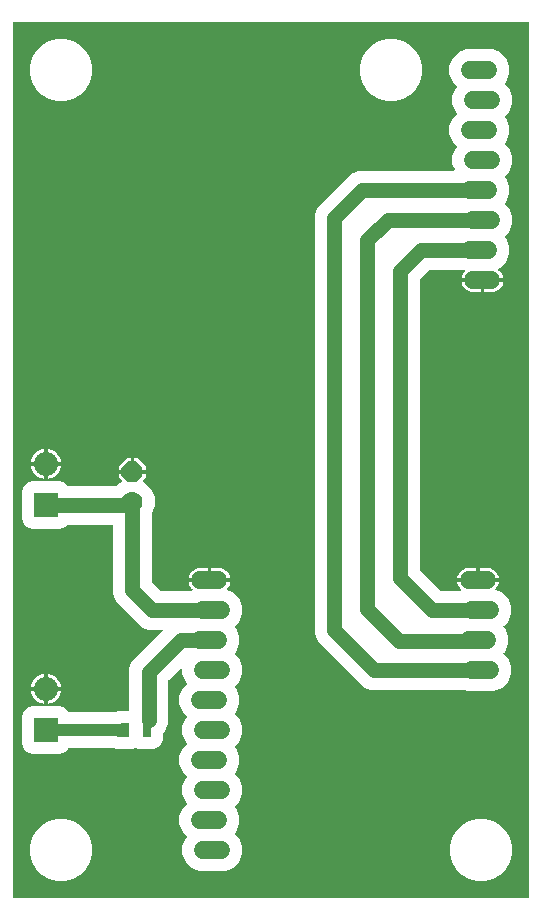
<source format=gbr>
G04 EAGLE Gerber RS-274X export*
G75*
%MOMM*%
%FSLAX34Y34*%
%LPD*%
%INBottom Copper*%
%IPPOS*%
%AMOC8*
5,1,8,0,0,1.08239X$1,22.5*%
G01*
%ADD10C,1.524000*%
%ADD11R,2.032000X2.032000*%
%ADD12C,2.032000*%
%ADD13R,0.800000X1.200000*%
%ADD14P,1.924489X8X112.500000*%
%ADD15C,1.778000*%
%ADD16C,1.270000*%
%ADD17C,0.152400*%
%ADD18C,1.016000*%

G36*
X-446100Y10164D02*
X-446100Y10164D01*
X-446120Y10162D01*
X-446222Y10184D01*
X-446324Y10200D01*
X-446341Y10210D01*
X-446361Y10214D01*
X-446450Y10267D01*
X-446541Y10316D01*
X-446555Y10330D01*
X-446572Y10340D01*
X-446639Y10419D01*
X-446710Y10494D01*
X-446719Y10512D01*
X-446732Y10527D01*
X-446770Y10623D01*
X-446814Y10717D01*
X-446816Y10737D01*
X-446824Y10755D01*
X-446842Y10922D01*
X-447036Y751078D01*
X-447033Y751098D01*
X-447035Y751117D01*
X-447013Y751219D01*
X-446997Y751321D01*
X-446987Y751338D01*
X-446983Y751358D01*
X-446930Y751447D01*
X-446882Y751538D01*
X-446867Y751552D01*
X-446857Y751569D01*
X-446778Y751636D01*
X-446703Y751707D01*
X-446685Y751716D01*
X-446670Y751729D01*
X-446574Y751768D01*
X-446480Y751811D01*
X-446461Y751813D01*
X-446442Y751821D01*
X-446275Y751839D01*
X-10922Y751839D01*
X-10902Y751836D01*
X-10883Y751838D01*
X-10781Y751816D01*
X-10679Y751800D01*
X-10662Y751790D01*
X-10642Y751786D01*
X-10553Y751733D01*
X-10462Y751684D01*
X-10448Y751670D01*
X-10431Y751660D01*
X-10364Y751581D01*
X-10292Y751506D01*
X-10284Y751488D01*
X-10271Y751473D01*
X-10232Y751377D01*
X-10189Y751283D01*
X-10187Y751263D01*
X-10179Y751245D01*
X-10161Y751078D01*
X-10161Y10922D01*
X-10164Y10902D01*
X-10162Y10883D01*
X-10184Y10781D01*
X-10200Y10679D01*
X-10210Y10662D01*
X-10214Y10642D01*
X-10267Y10553D01*
X-10316Y10462D01*
X-10330Y10448D01*
X-10340Y10431D01*
X-10419Y10364D01*
X-10494Y10292D01*
X-10512Y10284D01*
X-10527Y10271D01*
X-10623Y10232D01*
X-10717Y10189D01*
X-10737Y10187D01*
X-10755Y10179D01*
X-10922Y10161D01*
X-446081Y10161D01*
X-446100Y10164D01*
G37*
%LPC*%
G36*
X-39643Y185419D02*
X-39643Y185419D01*
X-33108Y188126D01*
X-28106Y193128D01*
X-25399Y199663D01*
X-25399Y206737D01*
X-28106Y213272D01*
X-31466Y216632D01*
X-31478Y216648D01*
X-31493Y216660D01*
X-31549Y216748D01*
X-31609Y216831D01*
X-31615Y216850D01*
X-31626Y216867D01*
X-31651Y216968D01*
X-31682Y217067D01*
X-31681Y217086D01*
X-31686Y217106D01*
X-31678Y217209D01*
X-31675Y217312D01*
X-31669Y217331D01*
X-31667Y217351D01*
X-31627Y217446D01*
X-31591Y217543D01*
X-31579Y217559D01*
X-31571Y217577D01*
X-31466Y217708D01*
X-30646Y218528D01*
X-27939Y225063D01*
X-27939Y232137D01*
X-30646Y238672D01*
X-31466Y239492D01*
X-31478Y239508D01*
X-31493Y239520D01*
X-31549Y239608D01*
X-31609Y239691D01*
X-31615Y239710D01*
X-31626Y239727D01*
X-31651Y239828D01*
X-31682Y239927D01*
X-31681Y239946D01*
X-31686Y239966D01*
X-31678Y240069D01*
X-31675Y240172D01*
X-31669Y240191D01*
X-31667Y240211D01*
X-31627Y240306D01*
X-31591Y240403D01*
X-31579Y240419D01*
X-31571Y240437D01*
X-31466Y240568D01*
X-28106Y243928D01*
X-25399Y250463D01*
X-25399Y257537D01*
X-28106Y264072D01*
X-33108Y269074D01*
X-38114Y271148D01*
X-38154Y271172D01*
X-38197Y271187D01*
X-38257Y271236D01*
X-38324Y271277D01*
X-38353Y271312D01*
X-38389Y271341D01*
X-38431Y271407D01*
X-38480Y271467D01*
X-38497Y271509D01*
X-38522Y271548D01*
X-38541Y271624D01*
X-38569Y271696D01*
X-38570Y271742D01*
X-38582Y271787D01*
X-38576Y271864D01*
X-38579Y271942D01*
X-38566Y271986D01*
X-38563Y272032D01*
X-38532Y272103D01*
X-38510Y272178D01*
X-38484Y272216D01*
X-38466Y272258D01*
X-38381Y272365D01*
X-38370Y272380D01*
X-38366Y272383D01*
X-38361Y272389D01*
X-37970Y272781D01*
X-37030Y274075D01*
X-36304Y275500D01*
X-35809Y277021D01*
X-35674Y277877D01*
X-52578Y277877D01*
X-52598Y277880D01*
X-52617Y277878D01*
X-52719Y277900D01*
X-52821Y277917D01*
X-52838Y277926D01*
X-52858Y277930D01*
X-52947Y277983D01*
X-53038Y278032D01*
X-53052Y278046D01*
X-53069Y278056D01*
X-53136Y278135D01*
X-53207Y278210D01*
X-53216Y278228D01*
X-53229Y278243D01*
X-53267Y278339D01*
X-53311Y278433D01*
X-53313Y278453D01*
X-53321Y278471D01*
X-53339Y278638D01*
X-53339Y279401D01*
X-53341Y279401D01*
X-53341Y278638D01*
X-53344Y278618D01*
X-53342Y278599D01*
X-53364Y278497D01*
X-53381Y278395D01*
X-53390Y278378D01*
X-53394Y278358D01*
X-53447Y278269D01*
X-53496Y278178D01*
X-53510Y278164D01*
X-53520Y278147D01*
X-53599Y278080D01*
X-53674Y278009D01*
X-53692Y278000D01*
X-53707Y277987D01*
X-53803Y277948D01*
X-53897Y277905D01*
X-53917Y277903D01*
X-53935Y277895D01*
X-54102Y277877D01*
X-71006Y277877D01*
X-70871Y277021D01*
X-70376Y275500D01*
X-69650Y274075D01*
X-68710Y272781D01*
X-67740Y271810D01*
X-67698Y271752D01*
X-67648Y271700D01*
X-67627Y271653D01*
X-67596Y271611D01*
X-67575Y271542D01*
X-67545Y271477D01*
X-67539Y271425D01*
X-67524Y271375D01*
X-67526Y271304D01*
X-67518Y271233D01*
X-67529Y271182D01*
X-67530Y271130D01*
X-67555Y271062D01*
X-67570Y270992D01*
X-67597Y270947D01*
X-67615Y270899D01*
X-67659Y270843D01*
X-67696Y270781D01*
X-67736Y270747D01*
X-67768Y270707D01*
X-67829Y270668D01*
X-67883Y270621D01*
X-67931Y270602D01*
X-67975Y270574D01*
X-68045Y270556D01*
X-68111Y270529D01*
X-68183Y270521D01*
X-68214Y270513D01*
X-68237Y270515D01*
X-68278Y270511D01*
X-84846Y270511D01*
X-84936Y270525D01*
X-85027Y270533D01*
X-85056Y270545D01*
X-85088Y270550D01*
X-85169Y270593D01*
X-85253Y270629D01*
X-85285Y270655D01*
X-85306Y270666D01*
X-85328Y270689D01*
X-85384Y270734D01*
X-102266Y287616D01*
X-102319Y287690D01*
X-102379Y287759D01*
X-102391Y287790D01*
X-102410Y287816D01*
X-102437Y287903D01*
X-102471Y287988D01*
X-102475Y288029D01*
X-102482Y288051D01*
X-102481Y288083D01*
X-102489Y288154D01*
X-102489Y533846D01*
X-102475Y533936D01*
X-102467Y534027D01*
X-102455Y534056D01*
X-102450Y534088D01*
X-102407Y534169D01*
X-102371Y534253D01*
X-102345Y534285D01*
X-102334Y534306D01*
X-102311Y534328D01*
X-102266Y534384D01*
X-94584Y542066D01*
X-94510Y542119D01*
X-94441Y542179D01*
X-94410Y542191D01*
X-94384Y542210D01*
X-94297Y542237D01*
X-94212Y542271D01*
X-94171Y542275D01*
X-94149Y542282D01*
X-94117Y542281D01*
X-94046Y542289D01*
X-66444Y542289D01*
X-66380Y542279D01*
X-66314Y542278D01*
X-66234Y542255D01*
X-66202Y542250D01*
X-66184Y542240D01*
X-66153Y542231D01*
X-64756Y541652D01*
X-64716Y541628D01*
X-64673Y541613D01*
X-64613Y541564D01*
X-64546Y541523D01*
X-64517Y541487D01*
X-64481Y541459D01*
X-64439Y541393D01*
X-64390Y541333D01*
X-64373Y541291D01*
X-64348Y541252D01*
X-64329Y541176D01*
X-64301Y541104D01*
X-64300Y541058D01*
X-64288Y541013D01*
X-64294Y540936D01*
X-64291Y540858D01*
X-64304Y540814D01*
X-64307Y540768D01*
X-64338Y540697D01*
X-64360Y540622D01*
X-64386Y540584D01*
X-64404Y540542D01*
X-64489Y540435D01*
X-64500Y540420D01*
X-64504Y540417D01*
X-64509Y540411D01*
X-64900Y540019D01*
X-65840Y538725D01*
X-66566Y537300D01*
X-67061Y535779D01*
X-67196Y534923D01*
X-50292Y534923D01*
X-50272Y534920D01*
X-50253Y534922D01*
X-50151Y534900D01*
X-50049Y534883D01*
X-50032Y534874D01*
X-50012Y534870D01*
X-49923Y534817D01*
X-49832Y534768D01*
X-49818Y534754D01*
X-49801Y534744D01*
X-49734Y534665D01*
X-49663Y534590D01*
X-49654Y534572D01*
X-49641Y534557D01*
X-49603Y534461D01*
X-49559Y534367D01*
X-49557Y534347D01*
X-49549Y534329D01*
X-49531Y534162D01*
X-49531Y533399D01*
X-49529Y533399D01*
X-49529Y534162D01*
X-49526Y534182D01*
X-49528Y534201D01*
X-49506Y534303D01*
X-49489Y534405D01*
X-49480Y534422D01*
X-49476Y534442D01*
X-49423Y534531D01*
X-49374Y534622D01*
X-49360Y534636D01*
X-49350Y534653D01*
X-49271Y534720D01*
X-49196Y534791D01*
X-49178Y534800D01*
X-49163Y534813D01*
X-49067Y534852D01*
X-48973Y534895D01*
X-48953Y534897D01*
X-48935Y534905D01*
X-48768Y534923D01*
X-31864Y534923D01*
X-31999Y535779D01*
X-32494Y537300D01*
X-33220Y538725D01*
X-34160Y540019D01*
X-35291Y541150D01*
X-36118Y541751D01*
X-36192Y541826D01*
X-36269Y541897D01*
X-36278Y541913D01*
X-36291Y541926D01*
X-36337Y542020D01*
X-36388Y542112D01*
X-36391Y542130D01*
X-36399Y542147D01*
X-36413Y542251D01*
X-36432Y542355D01*
X-36429Y542373D01*
X-36431Y542391D01*
X-36411Y542494D01*
X-36396Y542598D01*
X-36388Y542614D01*
X-36384Y542632D01*
X-36332Y542723D01*
X-36284Y542817D01*
X-36271Y542830D01*
X-36262Y542846D01*
X-36184Y542915D01*
X-36109Y542989D01*
X-36089Y543000D01*
X-36079Y543009D01*
X-36050Y543022D01*
X-35962Y543070D01*
X-34378Y543726D01*
X-29376Y548728D01*
X-26669Y555263D01*
X-26669Y562337D01*
X-29376Y568872D01*
X-30196Y569692D01*
X-30208Y569708D01*
X-30223Y569720D01*
X-30279Y569808D01*
X-30339Y569891D01*
X-30345Y569910D01*
X-30356Y569927D01*
X-30381Y570028D01*
X-30412Y570127D01*
X-30411Y570146D01*
X-30416Y570166D01*
X-30408Y570269D01*
X-30405Y570372D01*
X-30399Y570391D01*
X-30397Y570411D01*
X-30357Y570506D01*
X-30321Y570603D01*
X-30309Y570619D01*
X-30301Y570637D01*
X-30196Y570768D01*
X-26836Y574128D01*
X-24129Y580663D01*
X-24129Y587737D01*
X-26836Y594272D01*
X-30196Y597632D01*
X-30208Y597648D01*
X-30223Y597660D01*
X-30279Y597748D01*
X-30339Y597831D01*
X-30345Y597850D01*
X-30356Y597867D01*
X-30381Y597968D01*
X-30412Y598067D01*
X-30411Y598086D01*
X-30416Y598106D01*
X-30408Y598209D01*
X-30405Y598312D01*
X-30399Y598331D01*
X-30397Y598351D01*
X-30357Y598446D01*
X-30321Y598543D01*
X-30309Y598559D01*
X-30301Y598577D01*
X-30196Y598708D01*
X-29376Y599528D01*
X-26669Y606063D01*
X-26669Y613137D01*
X-29376Y619672D01*
X-30196Y620492D01*
X-30208Y620508D01*
X-30223Y620520D01*
X-30279Y620608D01*
X-30339Y620691D01*
X-30345Y620710D01*
X-30356Y620727D01*
X-30381Y620828D01*
X-30412Y620927D01*
X-30411Y620946D01*
X-30416Y620966D01*
X-30408Y621069D01*
X-30405Y621172D01*
X-30399Y621191D01*
X-30397Y621211D01*
X-30357Y621306D01*
X-30321Y621403D01*
X-30309Y621419D01*
X-30301Y621437D01*
X-30196Y621568D01*
X-26836Y624928D01*
X-24129Y631463D01*
X-24129Y638537D01*
X-26836Y645072D01*
X-30196Y648432D01*
X-30208Y648448D01*
X-30223Y648460D01*
X-30279Y648548D01*
X-30339Y648631D01*
X-30345Y648650D01*
X-30356Y648667D01*
X-30381Y648768D01*
X-30412Y648867D01*
X-30411Y648886D01*
X-30416Y648906D01*
X-30408Y649009D01*
X-30405Y649112D01*
X-30399Y649131D01*
X-30397Y649151D01*
X-30357Y649246D01*
X-30321Y649343D01*
X-30309Y649359D01*
X-30301Y649377D01*
X-30196Y649508D01*
X-29376Y650328D01*
X-26669Y656863D01*
X-26669Y663937D01*
X-29376Y670472D01*
X-30196Y671292D01*
X-30208Y671308D01*
X-30223Y671320D01*
X-30279Y671408D01*
X-30339Y671491D01*
X-30345Y671510D01*
X-30356Y671527D01*
X-30381Y671628D01*
X-30412Y671727D01*
X-30411Y671746D01*
X-30416Y671766D01*
X-30408Y671869D01*
X-30405Y671972D01*
X-30399Y671991D01*
X-30397Y672011D01*
X-30357Y672106D01*
X-30321Y672203D01*
X-30309Y672219D01*
X-30301Y672237D01*
X-30196Y672368D01*
X-26836Y675728D01*
X-24129Y682263D01*
X-24129Y689337D01*
X-26836Y695872D01*
X-30196Y699232D01*
X-30208Y699248D01*
X-30223Y699260D01*
X-30279Y699348D01*
X-30339Y699431D01*
X-30345Y699450D01*
X-30356Y699467D01*
X-30381Y699568D01*
X-30412Y699667D01*
X-30411Y699686D01*
X-30416Y699706D01*
X-30408Y699809D01*
X-30405Y699912D01*
X-30399Y699931D01*
X-30397Y699951D01*
X-30357Y700046D01*
X-30321Y700143D01*
X-30309Y700159D01*
X-30301Y700177D01*
X-30196Y700308D01*
X-29376Y701128D01*
X-26669Y707663D01*
X-26669Y714737D01*
X-29376Y721272D01*
X-34378Y726274D01*
X-40913Y728981D01*
X-63227Y728981D01*
X-69762Y726274D01*
X-74764Y721272D01*
X-77471Y714737D01*
X-77471Y707663D01*
X-74764Y701128D01*
X-71404Y697768D01*
X-71392Y697752D01*
X-71377Y697740D01*
X-71321Y697652D01*
X-71261Y697569D01*
X-71255Y697550D01*
X-71244Y697533D01*
X-71219Y697432D01*
X-71188Y697333D01*
X-71189Y697314D01*
X-71184Y697294D01*
X-71192Y697191D01*
X-71195Y697088D01*
X-71201Y697069D01*
X-71203Y697049D01*
X-71243Y696954D01*
X-71279Y696857D01*
X-71291Y696841D01*
X-71299Y696823D01*
X-71404Y696692D01*
X-72224Y695872D01*
X-74931Y689337D01*
X-74931Y682263D01*
X-72224Y675728D01*
X-71404Y674908D01*
X-71392Y674892D01*
X-71377Y674880D01*
X-71321Y674792D01*
X-71261Y674709D01*
X-71255Y674690D01*
X-71244Y674673D01*
X-71219Y674572D01*
X-71188Y674473D01*
X-71189Y674454D01*
X-71184Y674434D01*
X-71192Y674331D01*
X-71195Y674228D01*
X-71201Y674209D01*
X-71203Y674189D01*
X-71243Y674094D01*
X-71279Y673997D01*
X-71291Y673981D01*
X-71299Y673963D01*
X-71404Y673832D01*
X-74764Y670472D01*
X-77471Y663937D01*
X-77471Y656863D01*
X-74764Y650328D01*
X-71404Y646968D01*
X-71392Y646952D01*
X-71377Y646940D01*
X-71321Y646852D01*
X-71261Y646769D01*
X-71255Y646750D01*
X-71244Y646733D01*
X-71219Y646632D01*
X-71188Y646533D01*
X-71189Y646514D01*
X-71184Y646494D01*
X-71192Y646391D01*
X-71195Y646288D01*
X-71201Y646269D01*
X-71203Y646249D01*
X-71243Y646154D01*
X-71279Y646057D01*
X-71291Y646041D01*
X-71299Y646023D01*
X-71404Y645892D01*
X-72224Y645072D01*
X-74931Y638537D01*
X-74931Y631463D01*
X-73150Y627163D01*
X-73139Y627119D01*
X-73120Y627077D01*
X-73111Y627000D01*
X-73093Y626924D01*
X-73098Y626878D01*
X-73093Y626833D01*
X-73109Y626756D01*
X-73117Y626679D01*
X-73135Y626637D01*
X-73145Y626592D01*
X-73185Y626525D01*
X-73217Y626454D01*
X-73248Y626420D01*
X-73271Y626381D01*
X-73330Y626330D01*
X-73383Y626273D01*
X-73423Y626251D01*
X-73458Y626221D01*
X-73530Y626192D01*
X-73598Y626155D01*
X-73644Y626146D01*
X-73686Y626129D01*
X-73822Y626114D01*
X-73841Y626111D01*
X-73846Y626112D01*
X-73853Y626111D01*
X-154684Y626111D01*
X-160753Y623597D01*
X-188997Y595353D01*
X-191511Y589284D01*
X-191511Y233716D01*
X-188997Y227647D01*
X-150353Y189003D01*
X-144284Y186489D01*
X-64691Y186489D01*
X-64627Y186479D01*
X-64561Y186478D01*
X-64481Y186455D01*
X-64449Y186450D01*
X-64432Y186440D01*
X-64400Y186431D01*
X-61957Y185419D01*
X-39643Y185419D01*
G37*
%LPD*%
%LPC*%
G36*
X-266973Y33019D02*
X-266973Y33019D01*
X-260438Y35726D01*
X-255436Y40728D01*
X-252729Y47263D01*
X-252729Y54337D01*
X-255436Y60872D01*
X-258796Y64232D01*
X-258808Y64248D01*
X-258823Y64260D01*
X-258879Y64348D01*
X-258939Y64431D01*
X-258945Y64450D01*
X-258956Y64467D01*
X-258981Y64568D01*
X-259012Y64667D01*
X-259011Y64686D01*
X-259016Y64706D01*
X-259008Y64809D01*
X-259005Y64912D01*
X-258999Y64931D01*
X-258997Y64951D01*
X-258957Y65046D01*
X-258921Y65143D01*
X-258909Y65159D01*
X-258901Y65177D01*
X-258796Y65308D01*
X-257976Y66128D01*
X-255269Y72663D01*
X-255269Y79737D01*
X-257976Y86272D01*
X-258796Y87092D01*
X-258808Y87108D01*
X-258823Y87120D01*
X-258879Y87208D01*
X-258939Y87291D01*
X-258945Y87310D01*
X-258956Y87327D01*
X-258981Y87428D01*
X-259012Y87527D01*
X-259011Y87546D01*
X-259016Y87566D01*
X-259008Y87669D01*
X-259005Y87772D01*
X-258999Y87791D01*
X-258997Y87811D01*
X-258957Y87906D01*
X-258921Y88003D01*
X-258909Y88019D01*
X-258901Y88037D01*
X-258796Y88168D01*
X-255436Y91528D01*
X-252729Y98063D01*
X-252729Y105137D01*
X-255436Y111672D01*
X-258796Y115032D01*
X-258808Y115048D01*
X-258823Y115060D01*
X-258879Y115148D01*
X-258939Y115231D01*
X-258945Y115250D01*
X-258956Y115267D01*
X-258981Y115368D01*
X-259012Y115467D01*
X-259011Y115486D01*
X-259016Y115506D01*
X-259008Y115609D01*
X-259005Y115712D01*
X-258999Y115731D01*
X-258997Y115751D01*
X-258957Y115846D01*
X-258921Y115943D01*
X-258909Y115959D01*
X-258901Y115977D01*
X-258796Y116108D01*
X-257976Y116928D01*
X-255269Y123463D01*
X-255269Y130537D01*
X-257976Y137072D01*
X-258796Y137892D01*
X-258808Y137908D01*
X-258823Y137920D01*
X-258879Y138008D01*
X-258939Y138091D01*
X-258945Y138110D01*
X-258956Y138127D01*
X-258981Y138228D01*
X-259012Y138327D01*
X-259011Y138346D01*
X-259016Y138366D01*
X-259008Y138469D01*
X-259005Y138572D01*
X-258999Y138591D01*
X-258997Y138611D01*
X-258957Y138706D01*
X-258921Y138803D01*
X-258909Y138819D01*
X-258901Y138837D01*
X-258796Y138968D01*
X-255436Y142328D01*
X-252729Y148863D01*
X-252729Y155937D01*
X-255436Y162472D01*
X-258796Y165832D01*
X-258808Y165848D01*
X-258823Y165860D01*
X-258879Y165948D01*
X-258939Y166031D01*
X-258945Y166050D01*
X-258956Y166067D01*
X-258981Y166168D01*
X-259012Y166267D01*
X-259011Y166286D01*
X-259016Y166306D01*
X-259008Y166409D01*
X-259005Y166512D01*
X-258999Y166531D01*
X-258997Y166551D01*
X-258957Y166646D01*
X-258921Y166743D01*
X-258909Y166759D01*
X-258901Y166777D01*
X-258796Y166908D01*
X-257976Y167728D01*
X-255269Y174263D01*
X-255269Y181337D01*
X-257976Y187872D01*
X-258796Y188692D01*
X-258808Y188708D01*
X-258823Y188720D01*
X-258879Y188808D01*
X-258939Y188891D01*
X-258945Y188910D01*
X-258956Y188927D01*
X-258981Y189028D01*
X-259012Y189127D01*
X-259011Y189146D01*
X-259016Y189166D01*
X-259008Y189269D01*
X-259005Y189372D01*
X-258999Y189391D01*
X-258997Y189411D01*
X-258957Y189506D01*
X-258921Y189603D01*
X-258909Y189619D01*
X-258901Y189637D01*
X-258796Y189768D01*
X-255436Y193128D01*
X-252729Y199663D01*
X-252729Y206737D01*
X-255436Y213272D01*
X-258796Y216632D01*
X-258808Y216648D01*
X-258823Y216660D01*
X-258879Y216748D01*
X-258939Y216831D01*
X-258945Y216850D01*
X-258956Y216867D01*
X-258981Y216968D01*
X-259012Y217067D01*
X-259011Y217086D01*
X-259016Y217106D01*
X-259008Y217209D01*
X-259005Y217312D01*
X-258999Y217331D01*
X-258997Y217351D01*
X-258957Y217446D01*
X-258921Y217543D01*
X-258909Y217559D01*
X-258901Y217577D01*
X-258796Y217708D01*
X-257976Y218528D01*
X-255269Y225063D01*
X-255269Y232137D01*
X-257976Y238672D01*
X-258796Y239492D01*
X-258808Y239508D01*
X-258823Y239520D01*
X-258879Y239608D01*
X-258939Y239691D01*
X-258945Y239710D01*
X-258956Y239727D01*
X-258981Y239828D01*
X-259012Y239927D01*
X-259011Y239946D01*
X-259016Y239966D01*
X-259008Y240069D01*
X-259005Y240172D01*
X-258999Y240191D01*
X-258997Y240211D01*
X-258957Y240306D01*
X-258921Y240403D01*
X-258909Y240419D01*
X-258901Y240437D01*
X-258796Y240568D01*
X-255436Y243928D01*
X-252729Y250463D01*
X-252729Y257537D01*
X-255436Y264072D01*
X-260438Y269074D01*
X-265444Y271148D01*
X-265484Y271172D01*
X-265527Y271187D01*
X-265587Y271236D01*
X-265654Y271277D01*
X-265683Y271312D01*
X-265719Y271341D01*
X-265761Y271407D01*
X-265810Y271467D01*
X-265827Y271509D01*
X-265852Y271548D01*
X-265871Y271624D01*
X-265899Y271696D01*
X-265900Y271742D01*
X-265912Y271787D01*
X-265906Y271864D01*
X-265909Y271942D01*
X-265896Y271986D01*
X-265893Y272032D01*
X-265862Y272103D01*
X-265840Y272178D01*
X-265814Y272216D01*
X-265796Y272258D01*
X-265711Y272365D01*
X-265700Y272380D01*
X-265696Y272383D01*
X-265691Y272389D01*
X-265300Y272781D01*
X-264360Y274075D01*
X-263634Y275500D01*
X-263139Y277021D01*
X-263004Y277877D01*
X-279908Y277877D01*
X-279928Y277880D01*
X-279947Y277878D01*
X-280049Y277900D01*
X-280151Y277917D01*
X-280168Y277926D01*
X-280188Y277930D01*
X-280277Y277983D01*
X-280368Y278032D01*
X-280382Y278046D01*
X-280399Y278056D01*
X-280466Y278135D01*
X-280537Y278210D01*
X-280546Y278228D01*
X-280559Y278243D01*
X-280597Y278339D01*
X-280641Y278433D01*
X-280643Y278453D01*
X-280651Y278471D01*
X-280669Y278638D01*
X-280669Y279401D01*
X-280671Y279401D01*
X-280671Y278638D01*
X-280674Y278618D01*
X-280672Y278599D01*
X-280694Y278497D01*
X-280711Y278395D01*
X-280720Y278378D01*
X-280724Y278358D01*
X-280777Y278269D01*
X-280826Y278178D01*
X-280840Y278164D01*
X-280850Y278147D01*
X-280929Y278080D01*
X-281004Y278009D01*
X-281022Y278000D01*
X-281037Y277987D01*
X-281133Y277948D01*
X-281227Y277905D01*
X-281247Y277903D01*
X-281265Y277895D01*
X-281432Y277877D01*
X-298336Y277877D01*
X-298201Y277021D01*
X-297706Y275500D01*
X-296980Y274075D01*
X-296040Y272781D01*
X-295070Y271810D01*
X-295028Y271752D01*
X-294978Y271700D01*
X-294957Y271653D01*
X-294926Y271611D01*
X-294905Y271542D01*
X-294875Y271477D01*
X-294869Y271425D01*
X-294854Y271375D01*
X-294856Y271304D01*
X-294848Y271233D01*
X-294859Y271182D01*
X-294860Y271130D01*
X-294885Y271062D01*
X-294900Y270992D01*
X-294927Y270947D01*
X-294945Y270899D01*
X-294989Y270843D01*
X-295026Y270781D01*
X-295066Y270747D01*
X-295098Y270707D01*
X-295159Y270668D01*
X-295213Y270621D01*
X-295261Y270602D01*
X-295305Y270574D01*
X-295375Y270556D01*
X-295441Y270529D01*
X-295513Y270521D01*
X-295544Y270513D01*
X-295567Y270515D01*
X-295608Y270511D01*
X-321846Y270511D01*
X-321936Y270525D01*
X-322027Y270533D01*
X-322056Y270545D01*
X-322088Y270550D01*
X-322169Y270593D01*
X-322253Y270629D01*
X-322285Y270655D01*
X-322306Y270666D01*
X-322328Y270689D01*
X-322384Y270734D01*
X-329166Y277516D01*
X-329219Y277590D01*
X-329279Y277659D01*
X-329291Y277690D01*
X-329310Y277716D01*
X-329337Y277803D01*
X-329371Y277888D01*
X-329375Y277929D01*
X-329382Y277951D01*
X-329381Y277983D01*
X-329389Y278054D01*
X-329389Y335527D01*
X-329379Y335592D01*
X-329378Y335657D01*
X-329355Y335737D01*
X-329350Y335770D01*
X-329340Y335787D01*
X-329331Y335818D01*
X-326849Y341811D01*
X-326849Y349389D01*
X-329750Y356391D01*
X-335109Y361750D01*
X-336796Y362450D01*
X-336835Y362474D01*
X-336879Y362490D01*
X-336939Y362538D01*
X-337005Y362579D01*
X-337035Y362615D01*
X-337071Y362643D01*
X-337113Y362709D01*
X-337162Y362769D01*
X-337179Y362811D01*
X-337204Y362850D01*
X-337223Y362926D01*
X-337250Y362998D01*
X-337252Y363044D01*
X-337264Y363089D01*
X-337258Y363166D01*
X-337261Y363244D01*
X-337248Y363288D01*
X-337245Y363334D01*
X-337214Y363405D01*
X-337192Y363480D01*
X-337166Y363518D01*
X-337148Y363560D01*
X-337063Y363667D01*
X-337052Y363682D01*
X-337048Y363685D01*
X-337043Y363691D01*
X-334469Y366265D01*
X-334469Y369477D01*
X-345138Y369477D01*
X-345158Y369480D01*
X-345177Y369478D01*
X-345279Y369500D01*
X-345381Y369517D01*
X-345398Y369526D01*
X-345418Y369530D01*
X-345507Y369583D01*
X-345598Y369632D01*
X-345612Y369646D01*
X-345629Y369656D01*
X-345696Y369735D01*
X-345767Y369810D01*
X-345776Y369828D01*
X-345789Y369843D01*
X-345827Y369939D01*
X-345871Y370033D01*
X-345873Y370053D01*
X-345881Y370071D01*
X-345899Y370238D01*
X-345899Y371001D01*
X-345901Y371001D01*
X-345901Y370238D01*
X-345904Y370218D01*
X-345902Y370199D01*
X-345924Y370097D01*
X-345941Y369995D01*
X-345950Y369978D01*
X-345954Y369958D01*
X-346007Y369869D01*
X-346056Y369778D01*
X-346070Y369764D01*
X-346080Y369747D01*
X-346159Y369680D01*
X-346234Y369609D01*
X-346252Y369600D01*
X-346267Y369587D01*
X-346363Y369548D01*
X-346457Y369505D01*
X-346477Y369503D01*
X-346495Y369495D01*
X-346662Y369477D01*
X-357331Y369477D01*
X-357331Y366265D01*
X-354757Y363691D01*
X-354730Y363654D01*
X-354696Y363623D01*
X-354658Y363555D01*
X-354613Y363491D01*
X-354600Y363448D01*
X-354577Y363407D01*
X-354564Y363331D01*
X-354541Y363256D01*
X-354542Y363210D01*
X-354534Y363165D01*
X-354545Y363088D01*
X-354547Y363010D01*
X-354563Y362967D01*
X-354570Y362922D01*
X-354605Y362853D01*
X-354632Y362779D01*
X-354660Y362744D01*
X-354681Y362703D01*
X-354737Y362648D01*
X-354785Y362587D01*
X-354824Y362563D01*
X-354857Y362530D01*
X-354976Y362464D01*
X-354992Y362454D01*
X-354997Y362453D01*
X-355004Y362450D01*
X-356691Y361750D01*
X-358808Y359634D01*
X-358882Y359581D01*
X-358952Y359521D01*
X-358982Y359509D01*
X-359008Y359490D01*
X-359095Y359463D01*
X-359180Y359429D01*
X-359221Y359425D01*
X-359243Y359418D01*
X-359275Y359419D01*
X-359346Y359411D01*
X-400606Y359411D01*
X-400696Y359425D01*
X-400787Y359433D01*
X-400817Y359445D01*
X-400849Y359450D01*
X-400929Y359493D01*
X-401013Y359529D01*
X-401045Y359555D01*
X-401066Y359566D01*
X-401088Y359589D01*
X-401144Y359634D01*
X-403184Y361674D01*
X-406919Y363221D01*
X-431281Y363221D01*
X-435016Y361674D01*
X-437874Y358816D01*
X-439421Y355081D01*
X-439421Y330719D01*
X-437874Y326984D01*
X-435016Y324126D01*
X-431281Y322579D01*
X-406919Y322579D01*
X-403184Y324126D01*
X-401144Y326166D01*
X-401070Y326219D01*
X-401001Y326279D01*
X-400971Y326291D01*
X-400944Y326310D01*
X-400858Y326337D01*
X-400773Y326371D01*
X-400732Y326375D01*
X-400709Y326382D01*
X-400677Y326381D01*
X-400606Y326389D01*
X-363172Y326389D01*
X-363152Y326386D01*
X-363133Y326388D01*
X-363031Y326366D01*
X-362929Y326350D01*
X-362912Y326340D01*
X-362892Y326336D01*
X-362803Y326283D01*
X-362712Y326234D01*
X-362698Y326220D01*
X-362681Y326210D01*
X-362614Y326131D01*
X-362542Y326056D01*
X-362534Y326038D01*
X-362521Y326023D01*
X-362482Y325927D01*
X-362439Y325833D01*
X-362437Y325813D01*
X-362429Y325795D01*
X-362411Y325628D01*
X-362411Y267616D01*
X-359897Y261547D01*
X-338353Y240003D01*
X-332284Y237489D01*
X-321098Y237489D01*
X-321028Y237478D01*
X-320956Y237476D01*
X-320907Y237458D01*
X-320855Y237450D01*
X-320792Y237416D01*
X-320725Y237391D01*
X-320684Y237359D01*
X-320638Y237334D01*
X-320589Y237283D01*
X-320533Y237238D01*
X-320505Y237194D01*
X-320469Y237156D01*
X-320439Y237091D01*
X-320400Y237031D01*
X-320387Y236980D01*
X-320365Y236933D01*
X-320357Y236862D01*
X-320340Y236792D01*
X-320344Y236740D01*
X-320338Y236689D01*
X-320353Y236618D01*
X-320359Y236547D01*
X-320379Y236499D01*
X-320390Y236448D01*
X-320427Y236387D01*
X-320455Y236321D01*
X-320500Y236265D01*
X-320516Y236237D01*
X-320534Y236222D01*
X-320560Y236190D01*
X-341245Y215504D01*
X-341246Y215504D01*
X-345997Y210753D01*
X-348511Y204684D01*
X-348511Y169322D01*
X-348514Y169302D01*
X-348512Y169283D01*
X-348534Y169181D01*
X-348550Y169079D01*
X-348560Y169062D01*
X-348564Y169042D01*
X-348617Y168953D01*
X-348666Y168862D01*
X-348680Y168848D01*
X-348690Y168831D01*
X-348769Y168764D01*
X-348844Y168692D01*
X-348862Y168684D01*
X-348877Y168671D01*
X-348973Y168632D01*
X-349067Y168589D01*
X-349087Y168587D01*
X-349105Y168579D01*
X-349272Y168561D01*
X-357921Y168561D01*
X-360002Y167699D01*
X-360066Y167684D01*
X-360127Y167659D01*
X-360210Y167650D01*
X-360242Y167643D01*
X-360261Y167644D01*
X-360294Y167641D01*
X-399538Y167641D01*
X-399653Y167660D01*
X-399769Y167677D01*
X-399775Y167679D01*
X-399781Y167680D01*
X-399883Y167735D01*
X-399988Y167788D01*
X-399993Y167793D01*
X-399998Y167796D01*
X-400078Y167880D01*
X-400160Y167964D01*
X-400164Y167970D01*
X-400167Y167974D01*
X-400175Y167991D01*
X-400241Y168111D01*
X-400326Y168316D01*
X-403184Y171174D01*
X-406919Y172721D01*
X-431281Y172721D01*
X-435016Y171174D01*
X-437874Y168316D01*
X-439421Y164581D01*
X-439421Y140219D01*
X-437874Y136484D01*
X-435016Y133626D01*
X-431281Y132079D01*
X-406919Y132079D01*
X-403184Y133626D01*
X-400326Y136484D01*
X-400241Y136689D01*
X-400180Y136789D01*
X-400120Y136889D01*
X-400115Y136893D01*
X-400112Y136898D01*
X-400022Y136973D01*
X-399933Y137049D01*
X-399927Y137051D01*
X-399922Y137055D01*
X-399814Y137097D01*
X-399705Y137141D01*
X-399697Y137142D01*
X-399693Y137143D01*
X-399674Y137144D01*
X-399538Y137159D01*
X-361149Y137159D01*
X-361084Y137149D01*
X-361018Y137148D01*
X-360938Y137125D01*
X-360906Y137120D01*
X-360889Y137110D01*
X-360857Y137101D01*
X-360032Y136759D01*
X-359328Y136759D01*
X-359263Y136749D01*
X-359198Y136748D01*
X-359118Y136725D01*
X-359085Y136720D01*
X-359068Y136710D01*
X-359037Y136701D01*
X-357921Y136239D01*
X-345879Y136239D01*
X-343191Y137353D01*
X-343103Y137373D01*
X-343016Y137402D01*
X-342983Y137401D01*
X-342952Y137409D01*
X-342861Y137400D01*
X-342770Y137399D01*
X-342730Y137388D01*
X-342707Y137386D01*
X-342678Y137372D01*
X-342609Y137353D01*
X-339921Y136239D01*
X-327879Y136239D01*
X-324144Y137786D01*
X-321286Y140644D01*
X-319739Y144379D01*
X-319739Y149596D01*
X-319725Y149686D01*
X-319717Y149777D01*
X-319705Y149807D01*
X-319700Y149838D01*
X-319657Y149919D01*
X-319621Y150003D01*
X-319595Y150035D01*
X-319584Y150056D01*
X-319561Y150078D01*
X-319516Y150134D01*
X-318003Y151647D01*
X-315489Y157716D01*
X-315489Y194246D01*
X-315475Y194336D01*
X-315467Y194427D01*
X-315455Y194456D01*
X-315450Y194488D01*
X-315407Y194569D01*
X-315371Y194653D01*
X-315345Y194685D01*
X-315334Y194706D01*
X-315311Y194728D01*
X-315266Y194784D01*
X-304830Y205220D01*
X-304772Y205262D01*
X-304720Y205311D01*
X-304673Y205333D01*
X-304631Y205364D01*
X-304562Y205385D01*
X-304497Y205415D01*
X-304445Y205421D01*
X-304395Y205436D01*
X-304324Y205434D01*
X-304253Y205442D01*
X-304202Y205431D01*
X-304150Y205430D01*
X-304082Y205405D01*
X-304012Y205390D01*
X-303967Y205363D01*
X-303919Y205345D01*
X-303863Y205300D01*
X-303801Y205264D01*
X-303767Y205224D01*
X-303727Y205191D01*
X-303688Y205131D01*
X-303641Y205077D01*
X-303622Y205028D01*
X-303594Y204985D01*
X-303576Y204915D01*
X-303549Y204848D01*
X-303541Y204777D01*
X-303533Y204746D01*
X-303535Y204723D01*
X-303531Y204682D01*
X-303531Y199663D01*
X-300824Y193128D01*
X-300004Y192308D01*
X-299992Y192292D01*
X-299977Y192280D01*
X-299921Y192192D01*
X-299861Y192109D01*
X-299855Y192090D01*
X-299844Y192073D01*
X-299819Y191972D01*
X-299788Y191873D01*
X-299789Y191854D01*
X-299784Y191834D01*
X-299792Y191731D01*
X-299795Y191628D01*
X-299801Y191609D01*
X-299803Y191589D01*
X-299843Y191494D01*
X-299879Y191397D01*
X-299891Y191381D01*
X-299899Y191363D01*
X-300004Y191232D01*
X-303364Y187872D01*
X-306071Y181337D01*
X-306071Y174263D01*
X-303364Y167728D01*
X-300004Y164368D01*
X-299992Y164352D01*
X-299977Y164340D01*
X-299921Y164252D01*
X-299861Y164169D01*
X-299855Y164150D01*
X-299844Y164133D01*
X-299819Y164032D01*
X-299788Y163933D01*
X-299789Y163914D01*
X-299784Y163894D01*
X-299792Y163791D01*
X-299795Y163688D01*
X-299801Y163669D01*
X-299803Y163649D01*
X-299843Y163554D01*
X-299879Y163457D01*
X-299891Y163441D01*
X-299899Y163423D01*
X-300004Y163292D01*
X-300824Y162472D01*
X-303531Y155937D01*
X-303531Y148863D01*
X-300824Y142328D01*
X-300004Y141508D01*
X-299992Y141492D01*
X-299977Y141480D01*
X-299921Y141392D01*
X-299861Y141309D01*
X-299855Y141290D01*
X-299844Y141273D01*
X-299819Y141172D01*
X-299788Y141073D01*
X-299789Y141054D01*
X-299784Y141034D01*
X-299792Y140931D01*
X-299795Y140828D01*
X-299801Y140809D01*
X-299803Y140789D01*
X-299843Y140694D01*
X-299879Y140597D01*
X-299891Y140581D01*
X-299899Y140563D01*
X-300004Y140432D01*
X-303364Y137072D01*
X-306071Y130537D01*
X-306071Y123463D01*
X-303364Y116928D01*
X-300004Y113568D01*
X-299992Y113552D01*
X-299977Y113540D01*
X-299921Y113452D01*
X-299861Y113369D01*
X-299855Y113350D01*
X-299844Y113333D01*
X-299819Y113232D01*
X-299788Y113133D01*
X-299789Y113114D01*
X-299784Y113094D01*
X-299792Y112991D01*
X-299795Y112888D01*
X-299801Y112869D01*
X-299803Y112849D01*
X-299843Y112754D01*
X-299879Y112657D01*
X-299891Y112641D01*
X-299899Y112623D01*
X-300004Y112492D01*
X-300824Y111672D01*
X-303531Y105137D01*
X-303531Y98063D01*
X-300824Y91528D01*
X-300004Y90708D01*
X-299992Y90692D01*
X-299977Y90680D01*
X-299921Y90592D01*
X-299861Y90509D01*
X-299855Y90490D01*
X-299844Y90473D01*
X-299818Y90372D01*
X-299788Y90273D01*
X-299789Y90254D01*
X-299784Y90234D01*
X-299792Y90131D01*
X-299795Y90028D01*
X-299801Y90009D01*
X-299803Y89989D01*
X-299843Y89894D01*
X-299879Y89797D01*
X-299891Y89781D01*
X-299899Y89763D01*
X-300004Y89632D01*
X-303364Y86272D01*
X-306071Y79737D01*
X-306071Y72663D01*
X-303364Y66128D01*
X-300004Y62768D01*
X-299992Y62752D01*
X-299977Y62740D01*
X-299921Y62652D01*
X-299861Y62569D01*
X-299855Y62550D01*
X-299844Y62533D01*
X-299819Y62432D01*
X-299788Y62333D01*
X-299789Y62314D01*
X-299784Y62294D01*
X-299792Y62191D01*
X-299795Y62088D01*
X-299801Y62069D01*
X-299803Y62049D01*
X-299843Y61954D01*
X-299879Y61857D01*
X-299891Y61841D01*
X-299899Y61823D01*
X-300004Y61692D01*
X-300824Y60872D01*
X-303531Y54337D01*
X-303531Y47263D01*
X-300824Y40728D01*
X-295822Y35726D01*
X-289287Y33019D01*
X-266973Y33019D01*
G37*
%LPD*%
%LPC*%
G36*
X-402956Y685039D02*
X-402956Y685039D01*
X-396302Y686822D01*
X-390337Y690266D01*
X-385466Y695137D01*
X-382022Y701102D01*
X-380239Y707756D01*
X-380239Y714644D01*
X-382022Y721298D01*
X-385466Y727263D01*
X-390337Y732134D01*
X-396302Y735578D01*
X-402956Y737361D01*
X-409844Y737361D01*
X-416498Y735578D01*
X-422463Y732134D01*
X-427334Y727263D01*
X-430778Y721298D01*
X-432561Y714644D01*
X-432561Y707756D01*
X-430778Y701102D01*
X-427334Y695137D01*
X-422463Y690266D01*
X-416498Y686822D01*
X-409844Y685039D01*
X-402956Y685039D01*
G37*
%LPD*%
%LPC*%
G36*
X-123556Y685039D02*
X-123556Y685039D01*
X-116902Y686822D01*
X-110937Y690266D01*
X-106066Y695137D01*
X-102622Y701102D01*
X-100839Y707756D01*
X-100839Y714644D01*
X-102622Y721298D01*
X-106066Y727263D01*
X-110937Y732134D01*
X-116902Y735578D01*
X-123556Y737361D01*
X-130444Y737361D01*
X-137098Y735578D01*
X-143063Y732134D01*
X-147934Y727263D01*
X-151378Y721298D01*
X-153161Y714644D01*
X-153161Y707756D01*
X-151378Y701102D01*
X-147934Y695137D01*
X-143063Y690266D01*
X-137098Y686822D01*
X-130444Y685039D01*
X-123556Y685039D01*
G37*
%LPD*%
%LPC*%
G36*
X-402956Y24639D02*
X-402956Y24639D01*
X-396302Y26422D01*
X-390337Y29866D01*
X-385466Y34737D01*
X-382022Y40702D01*
X-380239Y47356D01*
X-380239Y54244D01*
X-382022Y60898D01*
X-385466Y66863D01*
X-390337Y71734D01*
X-396302Y75178D01*
X-402956Y76961D01*
X-409844Y76961D01*
X-416498Y75178D01*
X-422463Y71734D01*
X-427334Y66863D01*
X-430778Y60898D01*
X-432561Y54244D01*
X-432561Y47356D01*
X-430778Y40702D01*
X-427334Y34737D01*
X-422463Y29866D01*
X-416498Y26422D01*
X-409844Y24639D01*
X-402956Y24639D01*
G37*
%LPD*%
%LPC*%
G36*
X-47356Y24639D02*
X-47356Y24639D01*
X-40702Y26422D01*
X-34737Y29866D01*
X-29866Y34737D01*
X-26422Y40702D01*
X-24639Y47356D01*
X-24639Y54244D01*
X-26422Y60898D01*
X-29866Y66863D01*
X-34737Y71734D01*
X-40702Y75178D01*
X-47356Y76961D01*
X-54244Y76961D01*
X-60898Y75178D01*
X-66863Y71734D01*
X-71734Y66863D01*
X-75178Y60898D01*
X-76961Y54244D01*
X-76961Y47356D01*
X-75178Y40702D01*
X-71734Y34737D01*
X-66863Y29866D01*
X-60898Y26422D01*
X-54244Y24639D01*
X-47356Y24639D01*
G37*
%LPD*%
%LPC*%
G36*
X-54863Y280923D02*
X-54863Y280923D01*
X-54863Y289561D01*
X-61760Y289561D01*
X-63339Y289311D01*
X-64860Y288816D01*
X-66285Y288090D01*
X-67579Y287150D01*
X-68710Y286019D01*
X-69650Y284725D01*
X-70376Y283300D01*
X-70871Y281779D01*
X-71006Y280923D01*
X-54863Y280923D01*
G37*
%LPD*%
%LPC*%
G36*
X-282193Y280923D02*
X-282193Y280923D01*
X-282193Y289561D01*
X-289090Y289561D01*
X-290669Y289311D01*
X-292190Y288816D01*
X-293615Y288090D01*
X-294909Y287150D01*
X-296040Y286019D01*
X-296980Y284725D01*
X-297706Y283300D01*
X-298201Y281779D01*
X-298336Y280923D01*
X-282193Y280923D01*
G37*
%LPD*%
%LPC*%
G36*
X-263004Y280923D02*
X-263004Y280923D01*
X-263139Y281779D01*
X-263634Y283300D01*
X-264360Y284725D01*
X-265300Y286019D01*
X-266431Y287150D01*
X-267725Y288090D01*
X-269150Y288816D01*
X-270671Y289311D01*
X-272250Y289561D01*
X-279147Y289561D01*
X-279147Y280923D01*
X-263004Y280923D01*
G37*
%LPD*%
%LPC*%
G36*
X-35674Y280923D02*
X-35674Y280923D01*
X-35809Y281779D01*
X-36304Y283300D01*
X-37030Y284725D01*
X-37970Y286019D01*
X-39101Y287150D01*
X-40395Y288090D01*
X-41820Y288816D01*
X-43341Y289311D01*
X-44920Y289561D01*
X-51817Y289561D01*
X-51817Y280923D01*
X-35674Y280923D01*
G37*
%LPD*%
%LPC*%
G36*
X-51053Y523239D02*
X-51053Y523239D01*
X-51053Y531877D01*
X-67196Y531877D01*
X-67061Y531021D01*
X-66566Y529500D01*
X-65840Y528075D01*
X-64900Y526781D01*
X-63769Y525650D01*
X-62475Y524710D01*
X-61050Y523984D01*
X-59529Y523489D01*
X-57950Y523239D01*
X-51053Y523239D01*
G37*
%LPD*%
%LPC*%
G36*
X-41110Y523239D02*
X-41110Y523239D01*
X-39531Y523489D01*
X-38010Y523984D01*
X-36585Y524710D01*
X-35291Y525650D01*
X-34160Y526781D01*
X-33220Y528075D01*
X-32494Y529500D01*
X-31999Y531021D01*
X-31864Y531877D01*
X-48007Y531877D01*
X-48007Y523239D01*
X-41110Y523239D01*
G37*
%LPD*%
%LPC*%
G36*
X-420623Y379423D02*
X-420623Y379423D01*
X-420623Y390518D01*
X-422074Y390288D01*
X-423975Y389670D01*
X-425757Y388763D01*
X-427374Y387587D01*
X-428787Y386174D01*
X-429963Y384557D01*
X-430870Y382775D01*
X-431488Y380874D01*
X-431718Y379423D01*
X-420623Y379423D01*
G37*
%LPD*%
%LPC*%
G36*
X-420623Y188923D02*
X-420623Y188923D01*
X-420623Y200018D01*
X-422074Y199788D01*
X-423975Y199170D01*
X-425757Y198263D01*
X-427374Y197087D01*
X-428787Y195674D01*
X-429963Y194057D01*
X-430870Y192275D01*
X-431488Y190374D01*
X-431718Y188923D01*
X-420623Y188923D01*
G37*
%LPD*%
%LPC*%
G36*
X-406482Y379423D02*
X-406482Y379423D01*
X-406712Y380874D01*
X-407330Y382775D01*
X-408237Y384557D01*
X-409413Y386174D01*
X-410826Y387587D01*
X-412443Y388763D01*
X-414225Y389670D01*
X-416126Y390288D01*
X-417577Y390518D01*
X-417577Y379423D01*
X-406482Y379423D01*
G37*
%LPD*%
%LPC*%
G36*
X-420623Y376377D02*
X-420623Y376377D01*
X-431718Y376377D01*
X-431488Y374926D01*
X-430870Y373025D01*
X-429963Y371243D01*
X-428787Y369626D01*
X-427374Y368213D01*
X-425757Y367037D01*
X-423975Y366130D01*
X-422074Y365512D01*
X-420623Y365282D01*
X-420623Y376377D01*
G37*
%LPD*%
%LPC*%
G36*
X-406482Y188923D02*
X-406482Y188923D01*
X-406712Y190374D01*
X-407330Y192275D01*
X-408237Y194057D01*
X-409413Y195674D01*
X-410826Y197087D01*
X-412443Y198263D01*
X-414225Y199170D01*
X-416126Y199788D01*
X-417577Y200018D01*
X-417577Y188923D01*
X-406482Y188923D01*
G37*
%LPD*%
%LPC*%
G36*
X-420623Y185877D02*
X-420623Y185877D01*
X-431718Y185877D01*
X-431488Y184426D01*
X-430870Y182525D01*
X-429963Y180743D01*
X-428787Y179126D01*
X-427374Y177713D01*
X-425757Y176537D01*
X-423975Y175630D01*
X-422074Y175012D01*
X-420623Y174782D01*
X-420623Y185877D01*
G37*
%LPD*%
%LPC*%
G36*
X-416126Y365512D02*
X-416126Y365512D01*
X-414225Y366130D01*
X-412443Y367037D01*
X-410826Y368213D01*
X-409413Y369626D01*
X-408237Y371243D01*
X-407330Y373025D01*
X-406712Y374926D01*
X-406482Y376377D01*
X-417577Y376377D01*
X-417577Y365282D01*
X-416126Y365512D01*
G37*
%LPD*%
%LPC*%
G36*
X-416126Y175012D02*
X-416126Y175012D01*
X-414225Y175630D01*
X-412443Y176537D01*
X-410826Y177713D01*
X-409413Y179126D01*
X-408237Y180743D01*
X-407330Y182525D01*
X-406712Y184426D01*
X-406482Y185877D01*
X-417577Y185877D01*
X-417577Y174782D01*
X-416126Y175012D01*
G37*
%LPD*%
%LPC*%
G36*
X-347423Y372523D02*
X-347423Y372523D01*
X-347423Y382431D01*
X-350635Y382431D01*
X-357331Y375735D01*
X-357331Y372523D01*
X-347423Y372523D01*
G37*
%LPD*%
%LPC*%
G36*
X-334469Y372523D02*
X-334469Y372523D01*
X-334469Y375735D01*
X-341165Y382431D01*
X-344377Y382431D01*
X-344377Y372523D01*
X-334469Y372523D01*
G37*
%LPD*%
%LPC*%
G36*
X-419099Y377899D02*
X-419099Y377899D01*
X-419099Y377901D01*
X-419101Y377901D01*
X-419101Y377899D01*
X-419099Y377899D01*
G37*
%LPD*%
%LPC*%
G36*
X-419099Y187399D02*
X-419099Y187399D01*
X-419099Y187401D01*
X-419101Y187401D01*
X-419101Y187399D01*
X-419099Y187399D01*
G37*
%LPD*%
D10*
X-58420Y203200D02*
X-43180Y203200D01*
X-45720Y228600D02*
X-60960Y228600D01*
X-58420Y254000D02*
X-43180Y254000D01*
X-45720Y279400D02*
X-60960Y279400D01*
X-273050Y279400D02*
X-288290Y279400D01*
X-285750Y254000D02*
X-270510Y254000D01*
X-273050Y228600D02*
X-288290Y228600D01*
X-285750Y203200D02*
X-270510Y203200D01*
X-273050Y177800D02*
X-288290Y177800D01*
X-285750Y152400D02*
X-270510Y152400D01*
X-273050Y127000D02*
X-288290Y127000D01*
X-285750Y101600D02*
X-270510Y101600D01*
X-273050Y76200D02*
X-288290Y76200D01*
X-285750Y50800D02*
X-270510Y50800D01*
D11*
X-419100Y342900D03*
D12*
X-419100Y377900D03*
D11*
X-419100Y152400D03*
D12*
X-419100Y187400D03*
D10*
X-57150Y533400D02*
X-41910Y533400D01*
X-44450Y558800D02*
X-59690Y558800D01*
X-57150Y584200D02*
X-41910Y584200D01*
X-44450Y609600D02*
X-59690Y609600D01*
X-57150Y635000D02*
X-41910Y635000D01*
X-44450Y660400D02*
X-59690Y660400D01*
X-57150Y685800D02*
X-41910Y685800D01*
X-44450Y711200D02*
X-59690Y711200D01*
D13*
X-333900Y152400D03*
X-351900Y152400D03*
D14*
X-345900Y371000D03*
D15*
X-345900Y345600D03*
D16*
X-101200Y558800D02*
X-52070Y558800D01*
X-101200Y558800D02*
X-119000Y541000D01*
X-119000Y281000D01*
X-92000Y254000D01*
X-50800Y254000D01*
X-278130Y254000D02*
X-329000Y254000D01*
X-345900Y270900D02*
X-345900Y345600D01*
X-345900Y270900D02*
X-329000Y254000D01*
X-348600Y342900D02*
X-419100Y342900D01*
X-348600Y342900D02*
X-345900Y345600D01*
X-304800Y228600D02*
X-280670Y228600D01*
D17*
X-332000Y161000D02*
X-332000Y154300D01*
X-333900Y152400D01*
D16*
X-332000Y201400D02*
X-304800Y228600D01*
X-332000Y201400D02*
X-332000Y161000D01*
D18*
X-357400Y152400D02*
X-419100Y152400D01*
X-357400Y152400D02*
X-357000Y152000D01*
D17*
X-352300Y152000D01*
X-351900Y152400D01*
D16*
X-129800Y584200D02*
X-49530Y584200D01*
X-129800Y584200D02*
X-147000Y567000D01*
X-147000Y255000D01*
X-120000Y228000D01*
X-53940Y228000D01*
X-53340Y228600D01*
X-52070Y609600D02*
X-151400Y609600D01*
X-175000Y586000D01*
X-175000Y237000D01*
X-141000Y203000D01*
X-51000Y203000D01*
X-50800Y203200D01*
M02*

</source>
